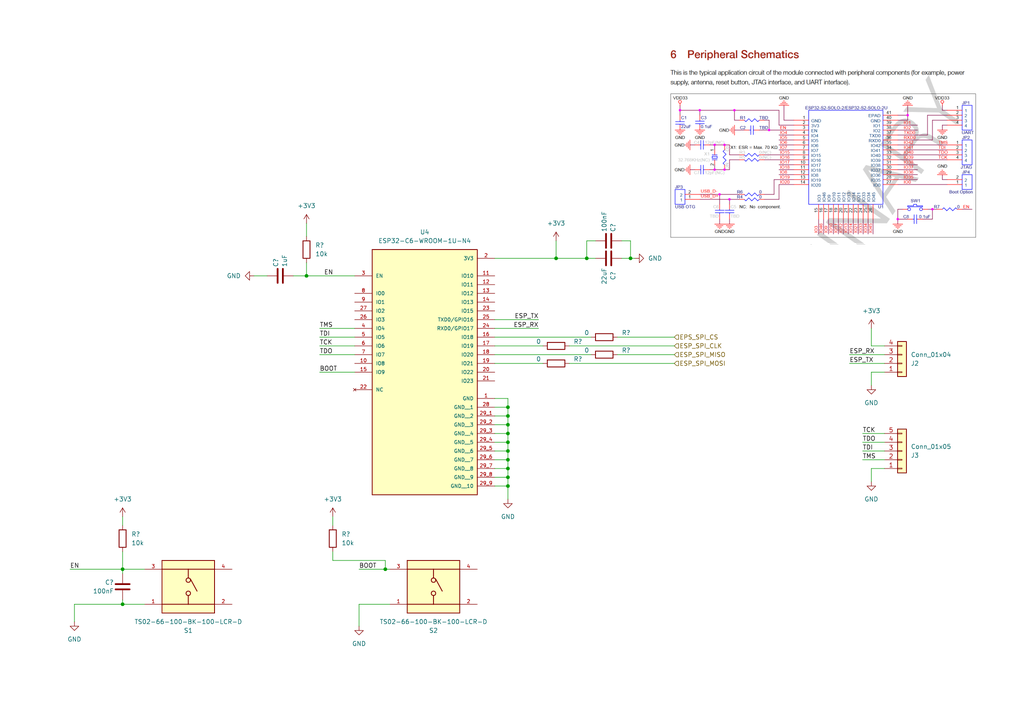
<source format=kicad_sch>
(kicad_sch (version 20230121) (generator eeschema)
  (paper "A4")
  (lib_symbols
    (symbol "Connector_Generic:Conn_01x04" (pin_names (offset 1.016) hide)
      (property "Reference" "J" (at 0 5.08 0))
      (property "Value" "Conn_01x04" (at 0 -7.62 0))
      (symbol "Conn_01x04_1_1"
        (rectangle (start -1.27 -4.953) (end 0 -5.207) (stroke (width 0.1524)))
        (rectangle (start -1.27 -2.413) (end 0 -2.667) (stroke (width 0.1524)))
        (rectangle (start -1.27 0.127) (end 0 -0.127) (stroke (width 0.1524)))
        (rectangle (start -1.27 2.667) (end 0 2.413) (stroke (width 0.1524)))
        (rectangle (start -1.27 3.81) (end 1.27 -6.35) (stroke (width 0.254)) (fill (type background)))
        (pin passive line (at -5.08 2.54 0) (length 3.81) (name "Pin_1") (number "1"))
        (pin passive line (at -5.08 0 0) (length 3.81) (name "Pin_2") (number "2"))
        (pin passive line (at -5.08 -2.54 0) (length 3.81) (name "Pin_3") (number "3"))
        (pin passive line (at -5.08 -5.08 0) (length 3.81) (name "Pin_4") (number "4"))
      )
    )
    (symbol "Connector_Generic:Conn_01x05" (pin_names (offset 1.016) hide)
      (property "Reference" "J" (at 0 7.62 0))
      (property "Value" "Conn_01x05" (at 0 -7.62 0))
      (symbol "Conn_01x05_1_1"
        (rectangle (start -1.27 -4.953) (end 0 -5.207) (stroke (width 0.1524)))
        (rectangle (start -1.27 -2.413) (end 0 -2.667) (stroke (width 0.1524)))
        (rectangle (start -1.27 0.127) (end 0 -0.127) (stroke (width 0.1524)))
        (rectangle (start -1.27 2.667) (end 0 2.413) (stroke (width 0.1524)))
        (rectangle (start -1.27 5.207) (end 0 4.953) (stroke (width 0.1524)))
        (rectangle (start -1.27 6.35) (end 1.27 -6.35) (stroke (width 0.254)) (fill (type background)))
        (pin passive line (at -5.08 5.08 0) (length 3.81) (name "Pin_1") (number "1"))
        (pin passive line (at -5.08 2.54 0) (length 3.81) (name "Pin_2") (number "2"))
        (pin passive line (at -5.08 0 0) (length 3.81) (name "Pin_3") (number "3"))
        (pin passive line (at -5.08 -2.54 0) (length 3.81) (name "Pin_4") (number "4"))
        (pin passive line (at -5.08 -5.08 0) (length 3.81) (name "Pin_5") (number "5"))
      )
    )
    (symbol "Device:C" (pin_numbers hide) (pin_names (offset 0.254))
      (property "Reference" "C" (at 0.635 2.54 0))
      (property "Value" "C" (at 0.635 -2.54 0))
      (symbol "C_0_1"
        (polyline (pts (xy -2.032 -0.762) (xy 2.032 -0.762)) (stroke (width 0.508)))
        (polyline (pts (xy -2.032 0.762) (xy 2.032 0.762)) (stroke (width 0.508)))
      )
      (symbol "C_1_1"
        (pin passive line (at 0 3.81 270) (length 2.794) (name "~") (number "1"))
        (pin passive line (at 0 -3.81 90) (length 2.794) (name "~") (number "2"))
      )
    )
    (symbol "Device:R" (pin_numbers hide) (pin_names (offset 0))
      (property "Reference" "R" (at 2.032 0 90))
      (property "Value" "R" (at 0 0 90))
      (symbol "R_0_1"
        (rectangle (start -1.016 -2.54) (end 1.016 2.54) (stroke (width 0.254)))
      )
      (symbol "R_1_1"
        (pin passive line (at 0 3.81 270) (length 1.27) (name "~") (number "1"))
        (pin passive line (at 0 -3.81 90) (length 1.27) (name "~") (number "2"))
      )
    )
    (symbol "ESP32-C6-WROOM-1U-N4:ESP32-C6-WROOM-1U-N4" (pin_names (offset 1.016))
      (property "Reference" "U" (at -15.24 23.622 0))
      (property "Value" "ESP32-C6-WROOM-1U-N4" (at -15.24 -50.8 0))
      (symbol "ESP32-C6-WROOM-1U-N4_0_0"
        (rectangle (start -15.24 -48.26) (end 15.24 22.86) (stroke (width 0.254)) (fill (type background)))
        (pin power_in line (at 20.32 -20.32 180) (length 5.08) (name "GND") (number "1"))
        (pin bidirectional line (at -20.32 -10.16 0) (length 5.08) (name "IO8") (number "10"))
        (pin bidirectional line (at 20.32 15.24 180) (length 5.08) (name "IO10") (number "11"))
        (pin bidirectional line (at 20.32 12.7 180) (length 5.08) (name "IO11") (number "12"))
        (pin bidirectional line (at 20.32 10.16 180) (length 5.08) (name "IO12") (number "13"))
        (pin bidirectional line (at 20.32 7.62 180) (length 5.08) (name "IO13") (number "14"))
        (pin bidirectional line (at -20.32 -12.7 0) (length 5.08) (name "IO9") (number "15"))
        (pin bidirectional line (at 20.32 -2.54 180) (length 5.08) (name "IO18") (number "16"))
        (pin bidirectional line (at 20.32 -5.08 180) (length 5.08) (name "IO19") (number "17"))
        (pin bidirectional line (at 20.32 -7.62 180) (length 5.08) (name "IO20") (number "18"))
        (pin bidirectional line (at 20.32 -10.16 180) (length 5.08) (name "IO21") (number "19"))
        (pin power_in line (at 20.32 20.32 180) (length 5.08) (name "3V3") (number "2"))
        (pin bidirectional line (at 20.32 -12.7 180) (length 5.08) (name "IO22") (number "20"))
        (pin bidirectional line (at 20.32 -15.24 180) (length 5.08) (name "IO23") (number "21"))
        (pin no_connect line (at -20.32 -17.78 0) (length 5.08) (name "NC") (number "22"))
        (pin bidirectional line (at 20.32 5.08 180) (length 5.08) (name "IO15") (number "23"))
        (pin bidirectional line (at 20.32 0 180) (length 5.08) (name "RXD0/GPIO17") (number "24"))
        (pin bidirectional line (at 20.32 2.54 180) (length 5.08) (name "TXD0/GPIO16") (number "25"))
        (pin bidirectional line (at -20.32 2.54 0) (length 5.08) (name "IO3") (number "26"))
        (pin bidirectional line (at -20.32 5.08 0) (length 5.08) (name "IO2") (number "27"))
        (pin power_in line (at 20.32 -22.86 180) (length 5.08) (name "GND__1") (number "28"))
        (pin power_in line (at 20.32 -25.4 180) (length 5.08) (name "GND__2") (number "29_1"))
        (pin power_in line (at 20.32 -27.94 180) (length 5.08) (name "GND__3") (number "29_2"))
        (pin power_in line (at 20.32 -30.48 180) (length 5.08) (name "GND__4") (number "29_3"))
        (pin power_in line (at 20.32 -33.02 180) (length 5.08) (name "GND__5") (number "29_4"))
        (pin power_in line (at 20.32 -35.56 180) (length 5.08) (name "GND__6") (number "29_5"))
        (pin power_in line (at 20.32 -38.1 180) (length 5.08) (name "GND__7") (number "29_6"))
        (pin power_in line (at 20.32 -40.64 180) (length 5.08) (name "GND__8") (number "29_7"))
        (pin power_in line (at 20.32 -43.18 180) (length 5.08) (name "GND__9") (number "29_8"))
        (pin power_in line (at 20.32 -45.72 180) (length 5.08) (name "GND__10") (number "29_9"))
        (pin input line (at -20.32 15.24 0) (length 5.08) (name "EN") (number "3"))
        (pin bidirectional line (at -20.32 0 0) (length 5.08) (name "IO4") (number "4"))
        (pin bidirectional line (at -20.32 -2.54 0) (length 5.08) (name "IO5") (number "5"))
        (pin bidirectional line (at -20.32 -5.08 0) (length 5.08) (name "IO6") (number "6"))
        (pin bidirectional line (at -20.32 -7.62 0) (length 5.08) (name "IO7") (number "7"))
        (pin bidirectional line (at -20.32 10.16 0) (length 5.08) (name "IO0") (number "8"))
        (pin bidirectional line (at -20.32 7.62 0) (length 5.08) (name "IO1") (number "9"))
      )
    )
    (symbol "TS02-66-100-BK-100-LCR-D:TS02-66-100-BK-100-LCR-D" (pin_names (offset 1.016))
      (property "Reference" "S" (at -7.62 8.382 0))
      (property "Value" "TS02-66-100-BK-100-LCR-D" (at -7.62 -8.382 0))
      (symbol "TS02-66-100-BK-100-LCR-D_0_0"
        (rectangle (start -7.62 -7.62) (end 7.62 7.62) (stroke (width 0.254)) (fill (type background)))
        (circle (center 0 -1.905) (radius 0.635) (stroke (width 0.254)))
        (polyline (pts (xy 0 -5.08) (xy -7.62 -5.08)) (stroke (width 0.254)))
        (polyline (pts (xy 0 -5.08) (xy 7.62 -5.08)) (stroke (width 0.254)))
        (polyline (pts (xy 0 -2.54) (xy 0 -5.08)) (stroke (width 0.254)))
        (polyline (pts (xy 0 5.08) (xy -7.62 5.08)) (stroke (width 0.254)))
        (polyline (pts (xy 0 5.08) (xy 0 2.54)) (stroke (width 0.254)))
        (polyline (pts (xy 0 5.08) (xy 7.62 5.08)) (stroke (width 0.254)))
        (polyline (pts (xy 0.635 -2.2225) (xy 2.54 1.27)) (stroke (width 0.254)))
        (circle (center 0 1.905) (radius 0.635) (stroke (width 0.254)))
        (pin passive line (at -12.7 5.08 0) (length 5.08) (name "~") (number "1"))
        (pin passive line (at 12.7 5.08 180) (length 5.08) (name "~") (number "2"))
        (pin passive line (at -12.7 -5.08 0) (length 5.08) (name "~") (number "3"))
        (pin passive line (at 12.7 -5.08 180) (length 5.08) (name "~") (number "4"))
      )
    )
    (symbol "power:+3V3" (power) (pin_names (offset 0))
      (property "Value" "+3V3" (at 0 3.556 0))
      (symbol "+3V3_0_1"
        (polyline (pts (xy -0.762 1.27) (xy 0 2.54)))
        (polyline (pts (xy 0 0) (xy 0 2.54)))
        (polyline (pts (xy 0 2.54) (xy 0.762 1.27)))
      )
      (symbol "+3V3_1_1"
        (pin power_in line (at 0 0 90) (length 0) hide (name "+3V3") (number "1"))
      )
    )
    (symbol "power:GND" (power) (pin_names (offset 0))
      (property "Value" "GND" (at 0 -3.81 0))
      (symbol "GND_0_1"
        (polyline (pts (xy 0 0) (xy 0 -1.27) (xy 1.27 -1.27) (xy 0 -2.54) (xy -1.27 -1.27) (xy 0 -1.27)))
      )
      (symbol "GND_1_1"
        (pin power_in line (at 0 0 270) (length 0) hide (name "GND") (number "1"))
      )
    )
  )
  (junction (at 170.18 74.93))
  (junction (at 147.32 125.73))
  (junction (at 88.9 80.01))
  (junction (at 147.32 140.97))
  (junction (at 147.32 138.43))
  (junction (at 147.32 133.35))
  (junction (at 147.32 123.19))
  (junction (at 147.32 130.81))
  (junction (at 147.32 128.27))
  (junction (at 147.32 120.65))
  (junction (at 111.76 165.1))
  (junction (at 147.32 118.11))
  (junction (at 147.32 135.89))
  (junction (at 161.29 74.93))
  (junction (at 182.88 74.93))
  (junction (at 35.56 165.1))
  (junction (at 35.56 175.26))
  (wire (pts (xy 161.29 74.93) (xy 170.18 74.93)))
  (wire (pts (xy 35.56 160.02) (xy 35.56 165.1)))
  (wire (pts (xy 88.9 80.01) (xy 102.87 80.01)))
  (wire (pts (xy 147.32 118.11) (xy 147.32 120.65)))
  (wire (pts (xy 143.51 125.73) (xy 147.32 125.73)))
  (wire (pts (xy 143.51 115.57) (xy 147.32 115.57)))
  (wire (pts (xy 35.56 175.26) (xy 21.59 175.26)))
  (wire (pts (xy 246.38 102.87) (xy 256.54 102.87)))
  (wire (pts (xy 170.18 74.93) (xy 172.72 74.93)))
  (wire (pts (xy 143.51 92.71) (xy 156.21 92.71)))
  (wire (pts (xy 143.51 120.65) (xy 147.32 120.65)))
  (wire (pts (xy 143.51 135.89) (xy 147.32 135.89)))
  (wire (pts (xy 113.03 175.26) (xy 104.14 175.26)))
  (wire (pts (xy 85.09 80.01) (xy 88.9 80.01)))
  (wire (pts (xy 143.51 105.41) (xy 157.48 105.41)))
  (wire (pts (xy 96.52 160.02) (xy 96.52 162.56)))
  (wire (pts (xy 143.51 128.27) (xy 147.32 128.27)))
  (wire (pts (xy 88.9 64.77) (xy 88.9 68.58)))
  (wire (pts (xy 143.51 74.93) (xy 161.29 74.93)))
  (wire (pts (xy 252.73 111.76) (xy 252.73 107.95)))
  (wire (pts (xy 182.88 74.93) (xy 184.15 74.93)))
  (wire (pts (xy 250.19 128.27) (xy 256.54 128.27)))
  (wire (pts (xy 256.54 135.89) (xy 252.73 135.89)))
  (wire (pts (xy 92.71 102.87) (xy 102.87 102.87)))
  (wire (pts (xy 21.59 175.26) (xy 21.59 180.34)))
  (wire (pts (xy 20.32 165.1) (xy 35.56 165.1)))
  (wire (pts (xy 195.58 102.87) (xy 179.07 102.87)))
  (wire (pts (xy 147.32 135.89) (xy 147.32 138.43)))
  (wire (pts (xy 147.32 130.81) (xy 147.32 133.35)))
  (wire (pts (xy 147.32 133.35) (xy 147.32 135.89)))
  (wire (pts (xy 180.34 69.85) (xy 182.88 69.85)))
  (wire (pts (xy 35.56 149.86) (xy 35.56 152.4)))
  (wire (pts (xy 250.19 125.73) (xy 256.54 125.73)))
  (wire (pts (xy 195.58 97.79) (xy 179.07 97.79)))
  (wire (pts (xy 111.76 162.56) (xy 111.76 165.1)))
  (wire (pts (xy 147.32 140.97) (xy 147.32 144.78)))
  (wire (pts (xy 182.88 69.85) (xy 182.88 74.93)))
  (wire (pts (xy 252.73 100.33) (xy 252.73 95.25)))
  (wire (pts (xy 246.38 105.41) (xy 256.54 105.41)))
  (wire (pts (xy 252.73 135.89) (xy 252.73 139.7)))
  (wire (pts (xy 111.76 165.1) (xy 113.03 165.1)))
  (wire (pts (xy 35.56 175.26) (xy 41.91 175.26)))
  (wire (pts (xy 195.58 105.41) (xy 165.1 105.41)))
  (wire (pts (xy 170.18 74.93) (xy 170.18 69.85)))
  (wire (pts (xy 252.73 107.95) (xy 256.54 107.95)))
  (wire (pts (xy 73.66 80.01) (xy 77.47 80.01)))
  (wire (pts (xy 143.51 130.81) (xy 147.32 130.81)))
  (wire (pts (xy 35.56 165.1) (xy 41.91 165.1)))
  (wire (pts (xy 35.56 165.1) (xy 35.56 166.37)))
  (wire (pts (xy 250.19 130.81) (xy 256.54 130.81)))
  (wire (pts (xy 180.34 74.93) (xy 182.88 74.93)))
  (wire (pts (xy 195.58 100.33) (xy 165.1 100.33)))
  (wire (pts (xy 147.32 138.43) (xy 147.32 140.97)))
  (wire (pts (xy 92.71 97.79) (xy 102.87 97.79)))
  (wire (pts (xy 96.52 162.56) (xy 111.76 162.56)))
  (wire (pts (xy 170.18 69.85) (xy 172.72 69.85)))
  (wire (pts (xy 143.51 97.79) (xy 171.45 97.79)))
  (wire (pts (xy 143.51 102.87) (xy 171.45 102.87)))
  (wire (pts (xy 92.71 100.33) (xy 102.87 100.33)))
  (wire (pts (xy 161.29 69.85) (xy 161.29 74.93)))
  (wire (pts (xy 143.51 133.35) (xy 147.32 133.35)))
  (wire (pts (xy 147.32 128.27) (xy 147.32 130.81)))
  (wire (pts (xy 104.14 165.1) (xy 111.76 165.1)))
  (wire (pts (xy 143.51 95.25) (xy 156.21 95.25)))
  (wire (pts (xy 143.51 140.97) (xy 147.32 140.97)))
  (wire (pts (xy 256.54 100.33) (xy 252.73 100.33)))
  (wire (pts (xy 147.32 125.73) (xy 147.32 128.27)))
  (wire (pts (xy 250.19 133.35) (xy 256.54 133.35)))
  (wire (pts (xy 143.51 123.19) (xy 147.32 123.19)))
  (wire (pts (xy 92.71 107.95) (xy 102.87 107.95)))
  (wire (pts (xy 96.52 149.86) (xy 96.52 152.4)))
  (wire (pts (xy 147.32 115.57) (xy 147.32 118.11)))
  (wire (pts (xy 88.9 80.01) (xy 88.9 76.2)))
  (wire (pts (xy 147.32 120.65) (xy 147.32 123.19)))
  (wire (pts (xy 92.71 95.25) (xy 102.87 95.25)))
  (wire (pts (xy 104.14 175.26) (xy 104.14 181.61)))
  (wire (pts (xy 143.51 118.11) (xy 147.32 118.11)))
  (wire (pts (xy 147.32 123.19) (xy 147.32 125.73)))
  (wire (pts (xy 143.51 138.43) (xy 147.32 138.43)))
  (wire (pts (xy 143.51 100.33) (xy 157.48 100.33)))
  (wire (pts (xy 35.56 173.99) (xy 35.56 175.26)))
  (image (at 238.76 41.91) (scale 0.89182))
  (label "TDO" (at 92.71 102.87 0))
  (label "ESP_RX" (at 156.21 95.25 180))
  (label "TDI" (at 92.71 97.79 0))
  (label "TDO" (at 250.19 128.27 0))
  (label "ESP_TX" (at 156.21 92.71 180))
  (label "EN" (at 20.32 165.1 0))
  (label "TDI" (at 250.19 130.81 0))
  (label "TCK" (at 92.71 100.33 0))
  (label "TMS" (at 250.19 133.35 0))
  (label "ESP_TX" (at 246.38 105.41 0))
  (label "BOOT" (at 92.71 107.95 0))
  (label "EN" (at 93.98 80.01 0))
  (label "BOOT" (at 104.14 165.1 0))
  (label "ESP_RX" (at 246.38 102.87 0))
  (label "TMS" (at 92.71 95.25 0))
  (label "TCK" (at 250.19 125.73 0))
  (hierarchical_label "ESP_SPI_MOSI" (shape input) (at 195.58 105.41 0))
  (hierarchical_label "ESP_SPI_CLK" (shape input) (at 195.58 100.33 0))
  (hierarchical_label "EPS_SPI_CS" (shape input) (at 195.58 97.79 0))
  (hierarchical_label "ESP_SPI_MISO" (shape input) (at 195.58 102.87 0))
  (symbol (lib_id "Connector_Generic:Conn_01x05") (at 261.62 130.81 0) (mirror x) (unit 1)
    (property "Reference" "J3" (at 264.16 132.08 0) (effects (justify left)))
    (property "Value" "Conn_01x05" (at 264.16 129.54 0) (effects (justify left)))
    (property "Footprint" "Connector_PinHeader_2.54mm:PinHeader_1x05_P2.54mm_Vertical" (effects hide))
  )
  (symbol (lib_id "power:GND") (at 73.66 80.01 270) (unit 1)
    (property "Reference" "#PWR?" (effects hide))
    (property "Value" "GND" (at 69.85 80.01 90) (effects (justify right)))
    (instances (project "LanderControl" (path "" (reference "#PWR?") (unit 1)) (path "" (reference "#PWR017") (unit 1))))
  )
  (symbol (lib_id "power:GND") (at 184.15 74.93 90) (mirror x) (unit 1)
    (property "Reference" "#PWR?" (effects hide))
    (property "Value" "GND" (at 187.96 74.93 90) (effects (justify right)))
    (instances (project "LanderControl" (path "" (reference "#PWR?") (unit 1)) (path "" (reference "#PWR022") (unit 1))))
  )
  (symbol (lib_id "power:+3V3") (at 252.73 95.25 0) (mirror y) (unit 1)
    (property "Reference" "#PWR023" (effects hide))
    (property "Value" "+3V3" (at 252.73 90.17 0))
  )
  (symbol (lib_id "TS02-66-100-BK-100-LCR-D:TS02-66-100-BK-100-LCR-D") (at 54.61 170.18 0) (mirror x) (unit 1)
    (property "Reference" "S1" (at 54.61 182.88 0))
    (property "Value" "TS02-66-100-BK-100-LCR-D" (at 54.61 180.34 0))
    (property "Footprint" "button:SW_TS02-66-100-BK-100-LCR-D" (effects hide))
    (property "MF" "CUI Devices" (effects hide))
    (property "Description" "6 x 6 mm, 10 mm Actuator Height, 100 gf, Black, Long Crimped, Through Hole, SPST, Tactile Switch" (effects hide))
    (property "Package" "None" (effects hide))
    (property "Price" "None" (effects hide))
    (property "Check_prices" "https://www.snapeda.com/parts/TS02-66-100-BK-100-LCR-D/CUI+Devices/view-part/?ref=eda" (effects hide))
    (property "STANDARD" "Manufacturer Recommendations" (effects hide))
    (property "PARTREV" "1.0" (effects hide))
    (property "SnapEDA_Link" "https://www.snapeda.com/parts/TS02-66-100-BK-100-LCR-D/CUI+Devices/view-part/?ref=snap" (effects hide))
    (property "MP" "TS02-66-100-BK-100-LCR-D" (effects hide))
    (property "Purchase-URL" "https://www.snapeda.com/api/url_track_click_mouser/?unipart_id=8666050&manufacturer=CUI Devices&part_name=TS02-66-100-BK-100-LCR-D&search_term=95c12a4gwrt" (effects hide))
    (property "CUI_purchase_URL" "https://www.cuidevices.com/product/switches/tactile-switches/ts02-66-100-bk-100-lcr-d?utm_source=snapeda.com&utm_medium=referral&utm_campaign=snapedaBOM" (effects hide))
    (property "Availability" "In Stock" (effects hide))
    (property "MANUFACTURER" "CUI Devices" (effects hide))
  )
  (symbol (lib_id "Device:C") (at 81.28 80.01 90) (unit 1)
    (property "Reference" "C?" (at 80.01 77.47 0) (effects (justify left)))
    (property "Value" "1uF" (at 82.55 77.47 0) (effects (justify left)))
    (property "Footprint" "Capacitor_SMD:C_0603_1608Metric" (effects hide))
    (instances (project "LanderControl" (path "" (reference "C?") (unit 1)) (path "" (reference "C4") (unit 1))))
  )
  (symbol (lib_id "Device:C") (at 35.56 170.18 0) (mirror y) (unit 1)
    (property "Reference" "C?" (at 33.02 168.91 0) (effects (justify left)))
    (property "Value" "100nF" (at 33.02 171.45 0) (effects (justify left)))
    (property "Footprint" "Capacitor_SMD:C_0603_1608Metric" (effects hide))
    (instances (project "LanderControl" (path "" (reference "C?") (unit 1)) (path "" (reference "C3") (unit 1))))
  )
  (symbol (lib_id "power:GND") (at 252.73 111.76 0) (mirror y) (unit 1)
    (property "Reference" "#PWR?" (effects hide))
    (property "Value" "GND" (at 252.73 116.84 0))
    (instances (project "LanderControl" (path "" (reference "#PWR?") (unit 1)) (path "" (reference "#PWR024") (unit 1))))
  )
  (symbol (lib_id "Device:R") (at 175.26 102.87 270) (unit 1)
    (property "Reference" "R?" (at 181.61 101.6 90))
    (property "Value" "0" (at 170.18 101.6 90))
    (property "Footprint" "Resistor_SMD:R_0603_1608Metric" (effects hide))
    (instances (project "LanderControl" (path "" (reference "R?") (unit 1)) (path "" (reference "R?") (unit 1)) (path "" (reference "R10") (unit 1))))
  )
  (symbol (lib_id "power:+3V3") (at 88.9 64.77 0) (unit 1)
    (property "Reference" "#PWR018" (effects hide))
    (property "Value" "+3V3" (at 88.9 59.69 0))
  )
  (symbol (lib_id "power:GND") (at 252.73 139.7 0) (unit 1)
    (property "Reference" "#PWR?" (effects hide))
    (property "Value" "GND" (at 252.73 144.78 0))
    (instances (project "LanderControl" (path "" (reference "#PWR?") (unit 1)) (path "" (reference "#PWR025") (unit 1))))
  )
  (symbol (lib_id "power:+3V3") (at 161.29 69.85 0) (unit 1)
    (property "Reference" "#PWR020" (effects hide))
    (property "Value" "+3V3" (at 161.29 64.77 0))
  )
  (symbol (lib_id "ESP32-C6-WROOM-1U-N4:ESP32-C6-WROOM-1U-N4") (at 123.19 95.25 0) (unit 1)
    (property "Reference" "U4" (at 123.19 67.31 0))
    (property "Value" "ESP32-C6-WROOM-1U-N4" (at 123.19 69.85 0))
    (property "Footprint" "ESP32_C6_WROOM_1U_N4 (1):XCVR_ESP32-C6-WROOM-1U-N4" (effects hide))
    (property "PARTREV" "1.0" (effects hide))
    (property "STANDARD" "Manufacturer Recommendations" (effects hide))
    (property "MAXIMUM_PACKAGE_HEIGHT" "3.25mm" (effects hide))
    (property "MANUFACTURER" "Espressif Systems" (effects hide))
  )
  (symbol (lib_id "Device:R") (at 161.29 100.33 270) (unit 1)
    (property "Reference" "R?" (at 167.64 99.06 90))
    (property "Value" "0" (at 156.21 99.06 90))
    (property "Footprint" "Resistor_SMD:R_0603_1608Metric" (effects hide))
    (instances (project "LanderControl" (path "" (reference "R?") (unit 1)) (path "" (reference "R?") (unit 1)) (path "" (reference "R16") (unit 1))))
  )
  (symbol (lib_id "TS02-66-100-BK-100-LCR-D:TS02-66-100-BK-100-LCR-D") (at 125.73 170.18 0) (mirror x) (unit 1)
    (property "Reference" "S2" (at 125.73 182.88 0))
    (property "Value" "TS02-66-100-BK-100-LCR-D" (at 125.73 180.34 0))
    (property "Footprint" "button:SW_TS02-66-100-BK-100-LCR-D" (effects hide))
    (property "MF" "CUI Devices" (effects hide))
    (property "Description" "6 x 6 mm, 10 mm Actuator Height, 100 gf, Black, Long Crimped, Through Hole, SPST, Tactile Switch" (effects hide))
    (property "Package" "None" (effects hide))
    (property "Price" "None" (effects hide))
    (property "Check_prices" "https://www.snapeda.com/parts/TS02-66-100-BK-100-LCR-D/CUI+Devices/view-part/?ref=eda" (effects hide))
    (property "STANDARD" "Manufacturer Recommendations" (effects hide))
    (property "PARTREV" "1.0" (effects hide))
    (property "SnapEDA_Link" "https://www.snapeda.com/parts/TS02-66-100-BK-100-LCR-D/CUI+Devices/view-part/?ref=snap" (effects hide))
    (property "MP" "TS02-66-100-BK-100-LCR-D" (effects hide))
    (property "Purchase-URL" "https://www.snapeda.com/api/url_track_click_mouser/?unipart_id=8666050&manufacturer=CUI Devices&part_name=TS02-66-100-BK-100-LCR-D&search_term=95c12a4gwrt" (effects hide))
    (property "CUI_purchase_URL" "https://www.cuidevices.com/product/switches/tactile-switches/ts02-66-100-bk-100-lcr-d?utm_source=snapeda.com&utm_medium=referral&utm_campaign=snapedaBOM" (effects hide))
    (property "Availability" "In Stock" (effects hide))
    (property "MANUFACTURER" "CUI Devices" (effects hide))
  )
  (symbol (lib_id "power:GND") (at 104.14 181.61 0) (unit 1)
    (property "Reference" "#PWR?" (effects hide))
    (property "Value" "GND" (at 104.14 186.69 0))
    (instances (project "LanderControl" (path "" (reference "#PWR?") (unit 1)) (path "" (reference "#PWR019") (unit 1))))
  )
  (symbol (lib_id "Device:C") (at 176.53 69.85 270) (mirror x) (unit 1)
    (property "Reference" "C?" (at 177.8 67.31 0) (effects (justify left)))
    (property "Value" "100nF" (at 175.26 67.31 0) (effects (justify left)))
    (property "Footprint" "Capacitor_SMD:C_0603_1608Metric" (effects hide))
    (instances (project "LanderControl" (path "" (reference "C?") (unit 1)) (path "" (reference "C5") (unit 1))))
  )
  (symbol (lib_id "Device:C") (at 176.53 74.93 270) (mirror x) (unit 1)
    (property "Reference" "C?" (at 177.8 81.28 0) (effects (justify left)))
    (property "Value" "22uF" (at 175.26 82.55 0) (effects (justify left)))
    (property "Footprint" "Capacitor_SMD:C_1210_3225Metric" (effects hide))
    (property "Datasheet" "https://datasheet.octopart.com/GRM32ER71E226KE15L-Murata-datasheet-165579666.pdf" (effects hide))
    (property "PN" "GRM32ER71E226KE15L" (effects hide))
    (instances (project "LanderControl" (path "" (reference "C?") (unit 1)) (path "" (reference "C6") (unit 1))))
  )
  (symbol (lib_id "Device:R") (at 35.56 156.21 0) (unit 1)
    (property "Reference" "R?" (at 38.1 154.94 0) (effects (justify left)))
    (property "Value" "10k" (at 38.1 157.48 0) (effects (justify left)))
    (property "Footprint" "Resistor_SMD:R_0603_1608Metric" (effects hide))
    (instances (project "LanderControl" (path "" (reference "R?") (unit 1)) (path "" (reference "R45") (unit 1))))
  )
  (symbol (lib_id "Device:R") (at 88.9 72.39 0) (unit 1)
    (property "Reference" "R?" (at 91.44 71.12 0) (effects (justify left)))
    (property "Value" "10k" (at 91.44 73.66 0) (effects (justify left)))
    (property "Footprint" "Resistor_SMD:R_0603_1608Metric" (effects hide))
    (instances (project "LanderControl" (path "" (reference "R?") (unit 1)) (path "" (reference "R14") (unit 1))))
  )
  (symbol (lib_id "Device:R") (at 161.29 105.41 270) (unit 1)
    (property "Reference" "R?" (at 167.64 104.14 90))
    (property "Value" "0" (at 156.21 104.14 90))
    (property "Footprint" "Resistor_SMD:R_0603_1608Metric" (effects hide))
    (instances (project "LanderControl" (path "" (reference "R?") (unit 1)) (path "" (reference "R?") (unit 1)) (path "" (reference "R15") (unit 1))))
  )
  (symbol (lib_id "Device:R") (at 175.26 97.79 270) (unit 1)
    (property "Reference" "R?" (at 181.61 96.52 90))
    (property "Value" "0" (at 170.18 96.52 90))
    (property "Footprint" "Resistor_SMD:R_0603_1608Metric" (effects hide))
    (instances (project "LanderControl" (path "" (reference "R?") (unit 1)) (path "" (reference "R?") (unit 1)) (path "" (reference "R11") (unit 1))))
  )
  (symbol (lib_id "Device:R") (at 96.52 156.21 0) (unit 1)
    (property "Reference" "R?" (at 99.06 154.94 0) (effects (justify left)))
    (property "Value" "10k" (at 99.06 157.48 0) (effects (justify left)))
    (property "Footprint" "Resistor_SMD:R_0603_1608Metric" (effects hide))
    (instances (project "LanderControl" (path "" (reference "R?") (unit 1)) (path "" (reference "R46") (unit 1))))
  )
  (symbol (lib_id "power:+3V3") (at 96.52 149.86 0) (unit 1)
    (property "Reference" "#PWR08" (effects hide))
    (property "Value" "+3V3" (at 96.52 144.78 0))
  )
  (symbol (lib_id "power:GND") (at 21.59 180.34 0) (unit 1)
    (property "Reference" "#PWR?" (effects hide))
    (property "Value" "GND" (at 21.59 185.42 0))
    (instances (project "LanderControl" (path "" (reference "#PWR?") (unit 1)) (path "" (reference "#PWR016") (unit 1))))
  )
  (symbol (lib_id "power:+3V3") (at 35.56 149.86 0) (unit 1)
    (property "Reference" "#PWR07" (effects hide))
    (property "Value" "+3V3" (at 35.56 144.78 0))
  )
  (symbol (lib_id "power:GND") (at 147.32 144.78 0) (unit 1)
    (property "Reference" "#PWR021" (effects hide))
    (property "Value" "GND" (at 147.32 149.86 0))
  )
  (symbol (lib_id "Connector_Generic:Conn_01x04") (at 261.62 105.41 0) (mirror x) (unit 1)
    (property "Reference" "J2" (at 264.16 105.41 0) (effects (justify left)))
    (property "Value" "Conn_01x04" (at 264.16 102.87 0) (effects (justify left)))
    (property "Footprint" "Connector_PinHeader_2.54mm:PinHeader_1x04_P2.54mm_Vertical" (effects hide))
  )
)
</source>
